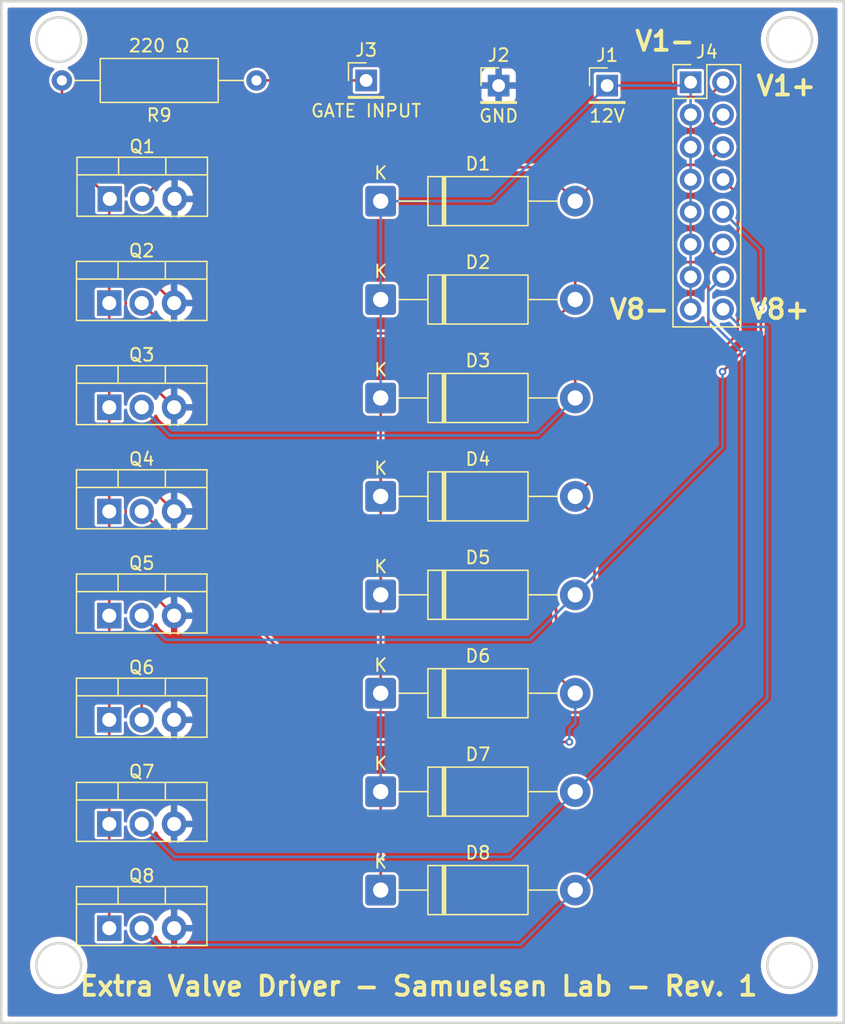
<source format=kicad_pcb>
(kicad_pcb (version 20241229) (generator "pcbnew") (generator_version "9.0")
  (layers (0 "F.Cu" signal) (2 "B.Cu" signal) (13 "F.Paste" user) (15 "B.Paste" user) (5 "F.SilkS" user "F.Silkscreen") (7 "B.SilkS" user "B.Silkscreen") (1 "F.Mask" user) (3 "B.Mask" user) (25 "Edge.Cuts" user))
  (net 0 "")
  (net 1 "/+12V")
  (net 2 "/V1 GND")
  (net 3 "/V2 GND")
  (net 4 "/V3 GND")
  (net 5 "/V4 GND")
  (net 6 "/V5 GND")
  (net 7 "/V6 GND")
  (net 8 "/V7 GND")
  (net 9 "/V8 GND")
  (net 10 "/GND")
  (net 11 "/GATE_IN")
  (net 12 "/GATE_DRIVE")
  (footprint "Diode_THT:D_DO-15_P15.24mm_Horizontal" (layer "F.Cu") (at 62.22 87.392857)
    (property "Reference" "D7" (at 7.62 -2.92 0) (layer "F.SilkS"))
    (property "Value" "MBR0540")
    (fp_line (start 1.44 0) (end 3.7 0) (stroke (width 0.12)) (layer "F.SilkS"))
    (fp_line (start 4.84 -1.92) (end 4.84 1.92) (stroke (width 0.12)) (layer "F.SilkS"))
    (fp_line (start 4.96 -1.92) (end 4.96 1.92) (stroke (width 0.12)) (layer "F.SilkS"))
    (fp_line (start 5.08 -1.92) (end 5.08 1.92) (stroke (width 0.12)) (layer "F.SilkS"))
    (fp_line (start 13.8 0) (end 11.54 0) (stroke (width 0.12)) (layer "F.SilkS"))
    (fp_rect (start 3.7 -1.92) (end 11.54 1.92) (stroke (width 0.12)) (fill no) (layer "F.SilkS"))
    (fp_text user "K" (at 0 -2.2 0) (layer "F.SilkS"))
    (pad "1" thru_hole roundrect (at 0 0) (size 2.4 2.4) (drill 1.2) (layers "*.Cu" "*.Mask") (roundrect_rratio 0.104167) (net 1 "/+12V"))
    (pad "2" thru_hole circle (at 15.24 0) (size 2.4 2.4) (drill 1.2) (layers "*.Cu" "*.Mask") (net 8 "/V7 GND"))
  )
  (footprint "Connector_PinHeader_2.54mm:PinHeader_2x08_P2.54mm_Vertical" (layer "F.Cu") (at 86.5 31.84)
    (property "Reference" "J4" (at 1.27 -2.38 0) (layer "F.SilkS"))
    (property "Value" "Conn_02x08_Odd_Even")
    (fp_line (start -1.38 -1.38) (end 0 -1.38) (stroke (width 0.12)) (layer "F.SilkS"))
    (fp_line (start -1.38 0) (end -1.38 -1.38) (stroke (width 0.12)) (layer "F.SilkS"))
    (fp_line (start -1.38 1.27) (end -1.38 19.16) (stroke (width 0.12)) (layer "F.SilkS"))
    (fp_line (start -1.38 1.27) (end 1.27 1.27) (stroke (width 0.12)) (layer "F.SilkS"))
    (fp_line (start -1.38 19.16) (end 3.92 19.16) (stroke (width 0.12)) (layer "F.SilkS"))
    (fp_line (start 1.27 -1.38) (end 3.92 -1.38) (stroke (width 0.12)) (layer "F.SilkS"))
    (fp_line (start 1.27 1.27) (end 1.27 -1.38) (stroke (width 0.12)) (layer "F.SilkS"))
    (fp_line (start 3.92 -1.38) (end 3.92 19.16) (stroke (width 0.12)) (layer "F.SilkS"))
    (pad "1" thru_hole rect (at 0 0) (size 1.7 1.7) (drill 1) (layers "*.Cu" "*.Mask") (net 1 "/+12V"))
    (pad "2" thru_hole circle (at 2.54 0) (size 1.7 1.7) (drill 1) (layers "*.Cu" "*.Mask") (net 2 "/V1 GND"))
    (pad "3" thru_hole circle (at 0 2.54) (size 1.7 1.7) (drill 1) (layers "*.Cu" "*.Mask") (net 1 "/+12V"))
    (pad "4" thru_hole circle (at 2.54 2.54) (size 1.7 1.7) (drill 1) (layers "*.Cu" "*.Mask") (net 3 "/V2 GND"))
    (pad "5" thru_hole circle (at 0 5.08) (size 1.7 1.7) (drill 1) (layers "*.Cu" "*.Mask") (net 1 "/+12V"))
    (pad "6" thru_hole circle (at 2.54 5.08) (size 1.7 1.7) (drill 1) (layers "*.Cu" "*.Mask") (net 4 "/V3 GND"))
    (pad "7" thru_hole circle (at 0 7.62) (size 1.7 1.7) (drill 1) (layers "*.Cu" "*.Mask") (net 1 "/+12V"))
    (pad "8" thru_hole circle (at 2.54 7.62) (size 1.7 1.7) (drill 1) (layers "*.Cu" "*.Mask") (net 5 "/V4 GND"))
    (pad "9" thru_hole circle (at 0 10.16) (size 1.7 1.7) (drill 1) (layers "*.Cu" "*.Mask") (net 1 "/+12V"))
    (pad "10" thru_hole circle (at 2.54 10.16) (size 1.7 1.7) (drill 1) (layers "*.Cu" "*.Mask") (net 6 "/V5 GND"))
    (pad "11" thru_hole circle (at 0 12.7) (size 1.7 1.7) (drill 1) (layers "*.Cu" "*.Mask") (net 1 "/+12V"))
    (pad "12" thru_hole circle (at 2.54 12.7) (size 1.7 1.7) (drill 1) (layers "*.Cu" "*.Mask") (net 7 "/V6 GND"))
    (pad "13" thru_hole circle (at 0 15.24) (size 1.7 1.7) (drill 1) (layers "*.Cu" "*.Mask") (net 1 "/+12V"))
    (pad "14" thru_hole circle (at 2.54 15.24) (size 1.7 1.7) (drill 1) (layers "*.Cu" "*.Mask") (net 8 "/V7 GND"))
    (pad "15" thru_hole circle (at 0 17.78) (size 1.7 1.7) (drill 1) (layers "*.Cu" "*.Mask") (net 1 "/+12V"))
    (pad "16" thru_hole circle (at 2.54 17.78) (size 1.7 1.7) (drill 1) (layers "*.Cu" "*.Mask") (net 9 "/V8 GND"))
  )
  (footprint "Diode_THT:D_DO-15_P15.24mm_Horizontal" (layer "F.Cu") (at 62.22 48.857143)
    (property "Reference" "D2" (at 7.62 -2.92 0) (layer "F.SilkS"))
    (property "Value" "MBR0540")
    (fp_line (start 1.44 0) (end 3.7 0) (stroke (width 0.12)) (layer "F.SilkS"))
    (fp_line (start 4.84 -1.92) (end 4.84 1.92) (stroke (width 0.12)) (layer "F.SilkS"))
    (fp_line (start 4.96 -1.92) (end 4.96 1.92) (stroke (width 0.12)) (layer "F.SilkS"))
    (fp_line (start 5.08 -1.92) (end 5.08 1.92) (stroke (width 0.12)) (layer "F.SilkS"))
    (fp_line (start 13.8 0) (end 11.54 0) (stroke (width 0.12)) (layer "F.SilkS"))
    (fp_rect (start 3.7 -1.92) (end 11.54 1.92) (stroke (width 0.12)) (fill no) (layer "F.SilkS"))
    (fp_text user "K" (at 0 -2.2 0) (layer "F.SilkS"))
    (pad "1" thru_hole roundrect (at 0 0) (size 2.4 2.4) (drill 1.2) (layers "*.Cu" "*.Mask") (roundrect_rratio 0.104167) (net 1 "/+12V"))
    (pad "2" thru_hole circle (at 15.24 0) (size 2.4 2.4) (drill 1.2) (layers "*.Cu" "*.Mask") (net 3 "/V2 GND"))
  )
  (footprint "Diode_THT:D_DO-15_P15.24mm_Horizontal" (layer "F.Cu") (at 62.22 95.1)
    (property "Reference" "D8" (at 7.62 -2.92 0) (layer "F.SilkS"))
    (property "Value" "MBR0540")
    (fp_line (start 1.44 0) (end 3.7 0) (stroke (width 0.12)) (layer "F.SilkS"))
    (fp_line (start 4.84 -1.92) (end 4.84 1.92) (stroke (width 0.12)) (layer "F.SilkS"))
    (fp_line (start 4.96 -1.92) (end 4.96 1.92) (stroke (width 0.12)) (layer "F.SilkS"))
    (fp_line (start 5.08 -1.92) (end 5.08 1.92) (stroke (width 0.12)) (layer "F.SilkS"))
    (fp_line (start 13.8 0) (end 11.54 0) (stroke (width 0.12)) (layer "F.SilkS"))
    (fp_rect (start 3.7 -1.92) (end 11.54 1.92) (stroke (width 0.12)) (fill no) (layer "F.SilkS"))
    (fp_text user "K" (at 0 -2.2 0) (layer "F.SilkS"))
    (pad "1" thru_hole roundrect (at 0 0) (size 2.4 2.4) (drill 1.2) (layers "*.Cu" "*.Mask") (roundrect_rratio 0.104167) (net 1 "/+12V"))
    (pad "2" thru_hole circle (at 15.24 0) (size 2.4 2.4) (drill 1.2) (layers "*.Cu" "*.Mask") (net 9 "/V8 GND"))
  )
  (footprint "Package_TO_SOT_THT:TO-220-3_Vertical" (layer "F.Cu") (at 40.96 89.925364)
    (property "Reference" "Q7" (at 2.54 -4.1 0) (layer "F.SilkS"))
    (property "Value" "Q_NMOS_GDS")
    (fp_line (start -2.57 -3.26) (end 7.65 -3.26) (stroke (width 0.12)) (layer "F.SilkS"))
    (fp_line (start -2.57 -1.88) (end 7.65 -1.88) (stroke (width 0.12)) (layer "F.SilkS"))
    (fp_line (start -2.57 1.36) (end -2.57 -3.26) (stroke (width 0.12)) (layer "F.SilkS"))
    (fp_line (start 0.69 -3.26) (end 0.69 -1.88) (stroke (width 0.12)) (layer "F.SilkS"))
    (fp_line (start 4.39 -3.26) (end 4.39 -1.88) (stroke (width 0.12)) (layer "F.SilkS"))
    (fp_line (start 7.65 -3.26) (end 7.65 1.36) (stroke (width 0.12)) (layer "F.SilkS"))
    (fp_line (start 7.65 1.36) (end -2.57 1.36) (stroke (width 0.12)) (layer "F.SilkS"))
    (pad "1" thru_hole rect (at 0 0) (size 1.905 2) (drill 1.1) (layers "*.Cu" "*.Mask") (net 12 "/GATE_DRIVE"))
    (pad "2" thru_hole oval (at 2.54 0) (size 1.905 2) (drill 1.1) (layers "*.Cu" "*.Mask") (net 8 "/V7 GND"))
    (pad "3" thru_hole oval (at 5.08 0) (size 1.905 2) (drill 1.1) (layers "*.Cu" "*.Mask") (net 10 "/GND"))
  )
  (footprint "Package_TO_SOT_THT:TO-220-3_Vertical" (layer "F.Cu") (at 40.96 73.608455)
    (property "Reference" "Q5" (at 2.54 -4.1 0) (layer "F.SilkS"))
    (property "Value" "Q_NMOS_GDS")
    (fp_line (start -2.57 -3.26) (end 7.65 -3.26) (stroke (width 0.12)) (layer "F.SilkS"))
    (fp_line (start -2.57 -1.88) (end 7.65 -1.88) (stroke (width 0.12)) (layer "F.SilkS"))
    (fp_line (start -2.57 1.36) (end -2.57 -3.26) (stroke (width 0.12)) (layer "F.SilkS"))
    (fp_line (start 0.69 -3.26) (end 0.69 -1.88) (stroke (width 0.12)) (layer "F.SilkS"))
    (fp_line (start 4.39 -3.26) (end 4.39 -1.88) (stroke (width 0.12)) (layer "F.SilkS"))
    (fp_line (start 7.65 -3.26) (end 7.65 1.36) (stroke (width 0.12)) (layer "F.SilkS"))
    (fp_line (start 7.65 1.36) (end -2.57 1.36) (stroke (width 0.12)) (layer "F.SilkS"))
    (pad "1" thru_hole rect (at 0 0) (size 1.905 2) (drill 1.1) (layers "*.Cu" "*.Mask") (net 12 "/GATE_DRIVE"))
    (pad "2" thru_hole oval (at 2.54 0) (size 1.905 2) (drill 1.1) (layers "*.Cu" "*.Mask") (net 6 "/V5 GND"))
    (pad "3" thru_hole oval (at 5.08 0) (size 1.905 2) (drill 1.1) (layers "*.Cu" "*.Mask") (net 10 "/GND"))
  )
  (footprint "Connector_PinHeader_2.54mm:PinHeader_1x01_P2.54mm_Vertical" (layer "F.Cu") (at 71.46 32.1)
    (property "Reference" "J2" (at 0 -2.38 0) (layer "F.SilkS"))
    (property "Value" "GND" (at 0 2.38 0) (layer "F.SilkS"))
    (fp_line (start -1.38 -1.38) (end 0 -1.38) (stroke (width 0.12)) (layer "F.SilkS"))
    (fp_line (start -1.38 0) (end -1.38 -1.38) (stroke (width 0.12)) (layer "F.SilkS"))
    (fp_line (start -1.38 1.27) (end -1.38 1.38) (stroke (width 0.12)) (layer "F.SilkS"))
    (fp_line (start -1.38 1.27) (end 1.38 1.27) (stroke (width 0.12)) (layer "F.SilkS"))
    (fp_line (start -1.38 1.38) (end 1.38 1.38) (stroke (width 0.12)) (layer "F.SilkS"))
    (fp_line (start 1.38 1.27) (end 1.38 1.38) (stroke (width 0.12)) (layer "F.SilkS"))
    (pad "1" thru_hole rect (at 0 0) (size 1.7 1.7) (drill 1) (layers "*.Cu" "*.Mask") (net 10 "/GND"))
  )
  (footprint "Resistor_THT:R_Axial_DIN0309_L9.0mm_D3.2mm_P15.24mm_Horizontal" (layer "F.Cu") (at 52.49 31.7 180)
    (property "Reference" "R9" (at 7.62 -2.72 180) (layer "F.SilkS"))
    (property "Value" "220 Ω" (at 7.62 2.72 180) (layer "F.SilkS"))
    (fp_line (start 14.2 0) (end 12.24 0) (stroke (width 0.12)) (layer "F.SilkS"))
    (fp_line (start 1.04 0) (end 3 0) (stroke (width 0.12)) (layer "F.SilkS"))
    (fp_rect (start 3 -1.72) (end 12.24 1.72) (stroke (width 0.12)) (fill no) (layer "F.SilkS"))
    (pad "1" thru_hole circle (at 0 0 180) (size 1.6 1.6) (drill 0.8) (layers "*.Cu" "*.Mask") (net 11 "/GATE_IN"))
    (pad "2" thru_hole circle (at 15.24 0 180) (size 1.6 1.6) (drill 0.8) (layers "*.Cu" "*.Mask") (net 12 "/GATE_DRIVE"))
  )
  (footprint "Package_TO_SOT_THT:TO-220-3_Vertical" (layer "F.Cu") (at 40.96 98.083819)
    (property "Reference" "Q8" (at 2.54 -4.1 0) (layer "F.SilkS"))
    (property "Value" "Q_NMOS_GDS")
    (fp_line (start -2.57 -3.26) (end 7.65 -3.26) (stroke (width 0.12)) (layer "F.SilkS"))
    (fp_line (start -2.57 -1.88) (end 7.65 -1.88) (stroke (width 0.12)) (layer "F.SilkS"))
    (fp_line (start -2.57 1.36) (end -2.57 -3.26) (stroke (width 0.12)) (layer "F.SilkS"))
    (fp_line (start 0.69 -3.26) (end 0.69 -1.88) (stroke (width 0.12)) (layer "F.SilkS"))
    (fp_line (start 4.39 -3.26) (end 4.39 -1.88) (stroke (width 0.12)) (layer "F.SilkS"))
    (fp_line (start 7.65 -3.26) (end 7.65 1.36) (stroke (width 0.12)) (layer "F.SilkS"))
    (fp_line (start 7.65 1.36) (end -2.57 1.36) (stroke (width 0.12)) (layer "F.SilkS"))
    (pad "1" thru_hole rect (at 0 0) (size 1.905 2) (drill 1.1) (layers "*.Cu" "*.Mask") (net 12 "/GATE_DRIVE"))
    (pad "2" thru_hole oval (at 2.54 0) (size 1.905 2) (drill 1.1) (layers "*.Cu" "*.Mask") (net 9 "/V8 GND"))
    (pad "3" thru_hole oval (at 5.08 0) (size 1.905 2) (drill 1.1) (layers "*.Cu" "*.Mask") (net 10 "/GND"))
  )
  (footprint "Package_TO_SOT_THT:TO-220-3_Vertical" (layer "F.Cu") (at 40.96 49.133091)
    (property "Reference" "Q2" (at 2.54 -4.1 0) (layer "F.SilkS"))
    (property "Value" "Q_NMOS_GDS")
    (fp_line (start -2.57 -3.26) (end 7.65 -3.26) (stroke (width 0.12)) (layer "F.SilkS"))
    (fp_line (start -2.57 -1.88) (end 7.65 -1.88) (stroke (width 0.12)) (layer "F.SilkS"))
    (fp_line (start -2.57 1.36) (end -2.57 -3.26) (stroke (width 0.12)) (layer "F.SilkS"))
    (fp_line (start 0.69 -3.26) (end 0.69 -1.88) (stroke (width 0.12)) (layer "F.SilkS"))
    (fp_line (start 4.39 -3.26) (end 4.39 -1.88) (stroke (width 0.12)) (layer "F.SilkS"))
    (fp_line (start 7.65 -3.26) (end 7.65 1.36) (stroke (width 0.12)) (layer "F.SilkS"))
    (fp_line (start 7.65 1.36) (end -2.57 1.36) (stroke (width 0.12)) (layer "F.SilkS"))
    (pad "1" thru_hole rect (at 0 0) (size 1.905 2) (drill 1.1) (layers "*.Cu" "*.Mask") (net 12 "/GATE_DRIVE"))
    (pad "2" thru_hole oval (at 2.54 0) (size 1.905 2) (drill 1.1) (layers "*.Cu" "*.Mask") (net 3 "/V2 GND"))
    (pad "3" thru_hole oval (at 5.08 0) (size 1.905 2) (drill 1.1) (layers "*.Cu" "*.Mask") (net 10 "/GND"))
  )
  (footprint "Diode_THT:D_DO-15_P15.24mm_Horizontal" (layer "F.Cu") (at 62.22 79.685714)
    (property "Reference" "D6" (at 7.62 -2.92 0) (layer "F.SilkS"))
    (property "Value" "MBR0540")
    (fp_line (start 1.44 0) (end 3.7 0) (stroke (width 0.12)) (layer "F.SilkS"))
    (fp_line (start 4.84 -1.92) (end 4.84 1.92) (stroke (width 0.12)) (layer "F.SilkS"))
    (fp_line (start 4.96 -1.92) (end 4.96 1.92) (stroke (width 0.12)) (layer "F.SilkS"))
    (fp_line (start 5.08 -1.92) (end 5.08 1.92) (stroke (width 0.12)) (layer "F.SilkS"))
    (fp_line (start 13.8 0) (end 11.54 0) (stroke (width 0.12)) (layer "F.SilkS"))
    (fp_rect (start 3.7 -1.92) (end 11.54 1.92) (stroke (width 0.12)) (fill no) (layer "F.SilkS"))
    (fp_text user "K" (at 0 -2.2 0) (layer "F.SilkS"))
    (pad "1" thru_hole roundrect (at 0 0) (size 2.4 2.4) (drill 1.2) (layers "*.Cu" "*.Mask") (roundrect_rratio 0.104167) (net 1 "/+12V"))
    (pad "2" thru_hole circle (at 15.24 0) (size 2.4 2.4) (drill 1.2) (layers "*.Cu" "*.Mask") (net 7 "/V6 GND"))
  )
  (footprint "Package_TO_SOT_THT:TO-220-3_Vertical" (layer "F.Cu") (at 40.96 65.45)
    (property "Reference" "Q4" (at 2.54 -4.1 0) (layer "F.SilkS"))
    (property "Value" "Q_NMOS_GDS")
    (fp_line (start -2.57 -3.26) (end 7.65 -3.26) (stroke (width 0.12)) (layer "F.SilkS"))
    (fp_line (start -2.57 -1.88) (end 7.65 -1.88) (stroke (width 0.12)) (layer "F.SilkS"))
    (fp_line (start -2.57 1.36) (end -2.57 -3.26) (stroke (width 0.12)) (layer "F.SilkS"))
    (fp_line (start 0.69 -3.26) (end 0.69 -1.88) (stroke (width 0.12)) (layer "F.SilkS"))
    (fp_line (start 4.39 -3.26) (end 4.39 -1.88) (stroke (width 0.12)) (layer "F.SilkS"))
    (fp_line (start 7.65 -3.26) (end 7.65 1.36) (stroke (width 0.12)) (layer "F.SilkS"))
    (fp_line (start 7.65 1.36) (end -2.57 1.36) (stroke (width 0.12)) (layer "F.SilkS"))
    (pad "1" thru_hole rect (at 0 0) (size 1.905 2) (drill 1.1) (layers "*.Cu" "*.Mask") (net 12 "/GATE_DRIVE"))
    (pad "2" thru_hole oval (at 2.54 0) (size 1.905 2) (drill 1.1) (layers "*.Cu" "*.Mask") (net 5 "/V4 GND"))
    (pad "3" thru_hole oval (at 5.08 0) (size 1.905 2) (drill 1.1) (layers "*.Cu" "*.Mask") (net 10 "/GND"))
  )
  (footprint "Diode_THT:D_DO-15_P15.24mm_Horizontal" (layer "F.Cu") (at 62.22 64.271429)
    (property "Reference" "D4" (at 7.62 -2.92 0) (layer "F.SilkS"))
    (property "Value" "MBR0540")
    (fp_line (start 1.44 0) (end 3.7 0) (stroke (width 0.12)) (layer "F.SilkS"))
    (fp_line (start 4.84 -1.92) (end 4.84 1.92) (stroke (width 0.12)) (layer "F.SilkS"))
    (fp_line (start 4.96 -1.92) (end 4.96 1.92) (stroke (width 0.12)) (layer "F.SilkS"))
    (fp_line (start 5.08 -1.92) (end 5.08 1.92) (stroke (width 0.12)) (layer "F.SilkS"))
    (fp_line (start 13.8 0) (end 11.54 0) (stroke (width 0.12)) (layer "F.SilkS"))
    (fp_rect (start 3.7 -1.92) (end 11.54 1.92) (stroke (width 0.12)) (fill no) (layer "F.SilkS"))
    (fp_text user "K" (at 0 -2.2 0) (layer "F.SilkS"))
    (pad "1" thru_hole roundrect (at 0 0) (size 2.4 2.4) (drill 1.2) (layers "*.Cu" "*.Mask") (roundrect_rratio 0.104167) (net 1 "/+12V"))
    (pad "2" thru_hole circle (at 15.24 0) (size 2.4 2.4) (drill 1.2) (layers "*.Cu" "*.Mask") (net 5 "/V4 GND"))
  )
  (footprint "Diode_THT:D_DO-15_P15.24mm_Horizontal" (layer "F.Cu") (at 62.22 41.15)
    (property "Reference" "D1" (at 7.62 -2.92 0) (layer "F.SilkS"))
    (property "Value" "MBR0540")
    (fp_line (start 1.44 0) (end 3.7 0) (stroke (width 0.12)) (layer "F.SilkS"))
    (fp_line (start 4.84 -1.92) (end 4.84 1.92) (stroke (width 0.12)) (layer "F.SilkS"))
    (fp_line (start 4.96 -1.92) (end 4.96 1.92) (stroke (width 0.12)) (layer "F.SilkS"))
    (fp_line (start 5.08 -1.92) (end 5.08 1.92) (stroke (width 0.12)) (layer "F.SilkS"))
    (fp_line (start 13.8 0) (end 11.54 0) (stroke (width 0.12)) (layer "F.SilkS"))
    (fp_rect (start 3.7 -1.92) (end 11.54 1.92) (stroke (width 0.12)) (fill no) (layer "F.SilkS"))
    (fp_text user "K" (at 0 -2.2 0) (layer "F.SilkS"))
    (pad "1" thru_hole roundrect (at 0 0) (size 2.4 2.4) (drill 1.2) (layers "*.Cu" "*.Mask") (roundrect_rratio 0.104167) (net 1 "/+12V"))
    (pad "2" thru_hole circle (at 15.24 0) (size 2.4 2.4) (drill 1.2) (layers "*.Cu" "*.Mask") (net 2 "/V1 GND"))
  )
  (footprint "Diode_THT:D_DO-15_P15.24mm_Horizontal" (layer "F.Cu") (at 62.22 56.564286)
    (property "Reference" "D3" (at 7.62 -2.92 0) (layer "F.SilkS"))
    (property "Value" "MBR0540")
    (fp_line (start 1.44 0) (end 3.7 0) (stroke (width 0.12)) (layer "F.SilkS"))
    (fp_line (start 4.84 -1.92) (end 4.84 1.92) (stroke (width 0.12)) (layer "F.SilkS"))
    (fp_line (start 4.96 -1.92) (end 4.96 1.92) (stroke (width 0.12)) (layer "F.SilkS"))
    (fp_line (start 5.08 -1.92) (end 5.08 1.92) (stroke (width 0.12)) (layer "F.SilkS"))
    (fp_line (start 13.8 0) (end 11.54 0) (stroke (width 0.12)) (layer "F.SilkS"))
    (fp_rect (start 3.7 -1.92) (end 11.54 1.92) (stroke (width 0.12)) (fill no) (layer "F.SilkS"))
    (fp_text user "K" (at 0 -2.2 0) (layer "F.SilkS"))
    (pad "1" thru_hole roundrect (at 0 0) (size 2.4 2.4) (drill 1.2) (layers "*.Cu" "*.Mask") (roundrect_rratio 0.104167) (net 1 "/+12V"))
    (pad "2" thru_hole circle (at 15.24 0) (size 2.4 2.4) (drill 1.2) (layers "*.Cu" "*.Mask") (net 4 "/V3 GND"))
  )
  (footprint "Connector_PinHeader_2.54mm:PinHeader_1x01_P2.54mm_Vertical" (layer "F.Cu") (at 61.08 31.7)
    (property "Reference" "J3" (at 0 -2.38 0) (layer "F.SilkS"))
    (property "Value" "GATE INPUT" (at 0 2.38 0) (layer "F.SilkS"))
    (fp_line (start -1.38 -1.38) (end 0 -1.38) (stroke (width 0.12)) (layer "F.SilkS"))
    (fp_line (start -1.38 0) (end -1.38 -1.38) (stroke (width 0.12)) (layer "F.SilkS"))
    (fp_line (start -1.38 1.27) (end -1.38 1.38) (stroke (width 0.12)) (layer "F.SilkS"))
    (fp_line (start -1.38 1.27) (end 1.38 1.27) (stroke (width 0.12)) (layer "F.SilkS"))
    (fp_line (start -1.38 1.38) (end 1.38 1.38) (stroke (width 0.12)) (layer "F.SilkS"))
    (fp_line (start 1.38 1.27) (end 1.38 1.38) (stroke (width 0.12)) (layer "F.SilkS"))
    (pad "1" thru_hole rect (at 0 0) (size 1.7 1.7) (drill 1) (layers "*.Cu" "*.Mask") (net 11 "/GATE_IN"))
  )
  (footprint "Package_TO_SOT_THT:TO-220-3_Vertical" (layer "F.Cu") (at 40.96 57.291545)
    (property "Reference" "Q3" (at 2.54 -4.1 0) (layer "F.SilkS"))
    (property "Value" "Q_NMOS_GDS")
    (fp_line (start -2.57 -3.26) (end 7.65 -3.26) (stroke (width 0.12)) (layer "F.SilkS"))
    (fp_line (start -2.57 -1.88) (end 7.65 -1.88) (stroke (width 0.12)) (layer "F.SilkS"))
    (fp_line (start -2.57 1.36) (end -2.57 -3.26) (stroke (width 0.12)) (layer "F.SilkS"))
    (fp_line (start 0.69 -3.26) (end 0.69 -1.88) (stroke (width 0.12)) (layer "F.SilkS"))
    (fp_line (start 4.39 -3.26) (end 4.39 -1.88) (stroke (width 0.12)) (layer "F.SilkS"))
    (fp_line (start 7.65 -3.26) (end 7.65 1.36) (stroke (width 0.12)) (layer "F.SilkS"))
    (fp_line (start 7.65 1.36) (end -2.57 1.36) (stroke (width 0.12)) (layer "F.SilkS"))
    (pad "1" thru_hole rect (at 0 0) (size 1.905 2) (drill 1.1) (layers "*.Cu" "*.Mask") (net 12 "/GATE_DRIVE"))
    (pad "2" thru_hole oval (at 2.54 0) (size 1.905 2) (drill 1.1) (layers "*.Cu" "*.Mask") (net 4 "/V3 GND"))
    (pad "3" thru_hole oval (at 5.08 0) (size 1.905 2) (drill 1.1) (layers "*.Cu" "*.Mask") (net 10 "/GND"))
  )
  (footprint "Connector_PinHeader_2.54mm:PinHeader_1x01_P2.54mm_Vertical" (layer "F.Cu") (at 79.96 32.1)
    (property "Reference" "J1" (at 0 -2.38 0) (layer "F.SilkS"))
    (property "Value" "12V" (at 0 2.38 0) (layer "F.SilkS"))
    (fp_line (start -1.38 -1.38) (end 0 -1.38) (stroke (width 0.12)) (layer "F.SilkS"))
    (fp_line (start -1.38 0) (end -1.38 -1.38) (stroke (width 0.12)) (layer "F.SilkS"))
    (fp_line (start -1.38 1.27) (end -1.38 1.38) (stroke (width 0.12)) (layer "F.SilkS"))
    (fp_line (start -1.38 1.27) (end 1.38 1.27) (stroke (width 0.12)) (layer "F.SilkS"))
    (fp_line (start -1.38 1.38) (end 1.38 1.38) (stroke (width 0.12)) (layer "F.SilkS"))
    (fp_line (start 1.38 1.27) (end 1.38 1.38) (stroke (width 0.12)) (layer "F.SilkS"))
    (pad "1" thru_hole rect (at 0 0) (size 1.7 1.7) (drill 1) (layers "*.Cu" "*.Mask") (net 1 "/+12V"))
  )
  (footprint "Package_TO_SOT_THT:TO-220-3_Vertical" (layer "F.Cu") (at 40.96 81.76691)
    (property "Reference" "Q6" (at 2.54 -4.1 0) (layer "F.SilkS"))
    (property "Value" "Q_NMOS_GDS")
    (fp_line (start -2.57 -3.26) (end 7.65 -3.26) (stroke (width 0.12)) (layer "F.SilkS"))
    (fp_line (start -2.57 -1.88) (end 7.65 -1.88) (stroke (width 0.12)) (layer "F.SilkS"))
    (fp_line (start -2.57 1.36) (end -2.57 -3.26) (stroke (width 0.12)) (layer "F.SilkS"))
    (fp_line (start 0.69 -3.26) (end 0.69 -1.88) (stroke (width 0.12)) (layer "F.SilkS"))
    (fp_line (start 4.39 -3.26) (end 4.39 -1.88) (stroke (width 0.12)) (layer "F.SilkS"))
    (fp_line (start 7.65 -3.26) (end 7.65 1.36) (stroke (width 0.12)) (layer "F.SilkS"))
    (fp_line (start 7.65 1.36) (end -2.57 1.36) (stroke (width 0.12)) (layer "F.SilkS"))
    (pad "1" thru_hole rect (at 0 0) (size 1.905 2) (drill 1.1) (layers "*.Cu" "*.Mask") (net 12 "/GATE_DRIVE"))
    (pad "2" thru_hole oval (at 2.54 0) (size 1.905 2) (drill 1.1) (layers "*.Cu" "*.Mask") (net 7 "/V6 GND"))
    (pad "3" thru_hole oval (at 5.08 0) (size 1.905 2) (drill 1.1) (layers "*.Cu" "*.Mask") (net 10 "/GND"))
  )
  (footprint "Diode_THT:D_DO-15_P15.24mm_Horizontal" (layer "F.Cu") (at 62.22 71.978571)
    (property "Reference" "D5" (at 7.62 -2.92 0) (layer "F.SilkS"))
    (property "Value" "MBR0540")
    (fp_line (start 1.44 0) (end 3.7 0) (stroke (width 0.12)) (layer "F.SilkS"))
    (fp_line (start 4.84 -1.92) (end 4.84 1.92) (stroke (width 0.12)) (layer "F.SilkS"))
    (fp_line (start 4.96 -1.92) (end 4.96 1.92) (stroke (width 0.12)) (layer "F.SilkS"))
    (fp_line (start 5.08 -1.92) (end 5.08 1.92) (stroke (width 0.12)) (layer "F.SilkS"))
    (fp_line (start 13.8 0) (end 11.54 0) (stroke (width 0.12)) (layer "F.SilkS"))
    (fp_rect (start 3.7 -1.92) (end 11.54 1.92) (stroke (width 0.12)) (fill no) (layer "F.SilkS"))
    (fp_text user "K" (at 0 -2.2 0) (layer "F.SilkS"))
    (pad "1" thru_hole roundrect (at 0 0) (size 2.4 2.4) (drill 1.2) (layers "*.Cu" "*.Mask") (roundrect_rratio 0.104167) (net 1 "/+12V"))
    (pad "2" thru_hole circle (at 15.24 0) (size 2.4 2.4) (drill 1.2) (layers "*.Cu" "*.Mask") (net 6 "/V5 GND"))
  )
  (footprint "Package_TO_SOT_THT:TO-220-3_Vertical" (layer "F.Cu") (at 41 40.974636)
    (property "Reference" "Q1" (at 2.54 -4.1 0) (layer "F.SilkS"))
    (property "Value" "Q_NMOS_GDS")
    (fp_line (start -2.57 -3.26) (end 7.65 -3.26) (stroke (width 0.12)) (layer "F.SilkS"))
    (fp_line (start -2.57 -1.88) (end 7.65 -1.88) (stroke (width 0.12)) (layer "F.SilkS"))
    (fp_line (start -2.57 1.36) (end -2.57 -3.26) (stroke (width 0.12)) (layer "F.SilkS"))
    (fp_line (start 0.69 -3.26) (end 0.69 -1.88) (stroke (width 0.12)) (layer "F.SilkS"))
    (fp_line (start 4.39 -3.26) (end 4.39 -1.88) (stroke (width 0.12)) (layer "F.SilkS"))
    (fp_line (start 7.65 -3.26) (end 7.65 1.36) (stroke (width 0.12)) (layer "F.SilkS"))
    (fp_line (start 7.65 1.36) (end -2.57 1.36) (stroke (width 0.12)) (layer "F.SilkS"))
    (pad "1" thru_hole rect (at 0 0) (size 1.905 2) (drill 1.1) (layers "*.Cu" "*.Mask") (net 12 "/GATE_DRIVE"))
    (pad "2" thru_hole oval (at 2.54 0) (size 1.905 2) (drill 1.1) (layers "*.Cu" "*.Mask") (net 2 "/V1 GND"))
    (pad "3" thru_hole oval (at 5.08 0) (size 1.905 2) (drill 1.1) (layers "*.Cu" "*.Mask") (net 10 "/GND"))
  )
  (gr_circle (center 37 28.5) (end 38.75 28.5) (stroke (width 0.2)) (fill no) (layer "Edge.Cuts"))
  (gr_rect (start 32.5 25.5) (end 98.5 105.5) (stroke (width 0.2)) (fill no) (layer "Edge.Cuts"))
  (gr_circle (center 94.25 28.5) (end 96 28.5) (stroke (width 0.2)) (fill no) (layer "Edge.Cuts"))
  (gr_circle (center 94.25 101) (end 96 101) (stroke (width 0.2)) (fill no) (layer "Edge.Cuts"))
  (gr_circle (center 37 101) (end 38.75 101) (stroke (width 0.2)) (fill no) (layer "Edge.Cuts"))
  (gr_text "V1+" (at 91.5 33 0) (layer "F.SilkS") (effects (font (size 1.5 1.5) (thickness 0.3) (bold yes)) (justify left bottom)))
  (gr_text "V8+" (at 91 50.5 0) (layer "F.SilkS") (effects (font (size 1.5 1.5) (thickness 0.3) (bold yes)) (justify left bottom)))
  (gr_text "Extra Valve Driver - Samuelsen Lab - Rev. 1" (at 38.5 103.5 0) (layer "F.SilkS") (effects (font (size 1.5 1.5) (thickness 0.3) (bold yes)) (justify left bottom)))
  (gr_text "V8-" (at 80 50.5 0) (layer "F.SilkS") (effects (font (size 1.5 1.5) (thickness 0.3) (bold yes)) (justify left bottom)))
  (gr_text "V1-" (at 82 29.5 0) (layer "F.SilkS") (effects (font (size 1.5 1.5) (thickness 0.3) (bold yes)) (justify left bottom)))
  (segment (start 62.22 41.28) (end 62 41.5) (width 0.2) (layer "F.Cu") (net 1))
  (segment (start 62.22 56.564286) (end 62.22 79.685714) (width 0.2) (layer "F.Cu") (net 1))
  (segment (start 62.22 87.392857) (end 62.22 95.1) (width 0.2) (layer "F.Cu") (net 1))
  (segment (start 62.22 41.15) (end 62.22 41.28) (width 0.2) (layer "F.Cu") (net 1))
  (segment (start 70.91 41.15) (end 79.96 32.1) (width 0.2) (layer "B.Cu") (net 1))
  (segment (start 86.24 32.1) (end 86.5 31.84) (width 0.2) (layer "B.Cu") (net 1))
  (segment (start 62.22 79.685714) (end 62.22 87.392857) (width 0.2) (layer "B.Cu") (net 1))
  (segment (start 62.22 41.15) (end 62.22 56.564286) (width 0.2) (layer "B.Cu") (net 1))
  (segment (start 79.96 32.1) (end 86.24 32.1) (width 0.2) (layer "B.Cu") (net 1))
  (segment (start 86.5 31.84) (end 86.5 49.62) (width 0.2) (layer "B.Cu") (net 1))
  (segment (start 62.22 41.15) (end 70.91 41.15) (width 0.2) (layer "B.Cu") (net 1))
  (segment (start 85.619 32.991) (end 77.46 41.15) (width 0.2) (layer "F.Cu") (net 2))
  (segment (start 74.81 38.5) (end 77.46 41.15) (width 0.2) (layer "F.Cu") (net 2))
  (segment (start 46.014636 38.5) (end 74.81 38.5) (width 0.2) (layer "F.Cu") (net 2))
  (segment (start 43.54 40.974636) (end 46.014636 38.5) (width 0.2) (layer "F.Cu") (net 2))
  (segment (start 89.04 31.84) (end 87.889 32.991) (width 0.2) (layer "F.Cu") (net 2))
  (segment (start 87.889 32.991) (end 85.619 32.991) (width 0.2) (layer "F.Cu") (net 2))
  (segment (start 87.889 35.531) (end 87.889 37.39676) (width 0.2) (layer "F.Cu") (net 3))
  (segment (start 89.04 34.38) (end 87.889 35.531) (width 0.2) (layer "F.Cu") (net 3))
  (segment (start 43.5 49.133091) (end 45.866909 51.5) (width 0.2) (layer "F.Cu") (net 3))
  (segment (start 86.02324 38.309) (end 77.46 46.87224) (width 0.2) (layer "F.Cu") (net 3))
  (segment (start 74.817143 51.5) (end 77.46 48.857143) (width 0.2) (layer "F.Cu") (net 3))
  (segment (start 86.97676 38.309) (end 86.02324 38.309) (width 0.2) (layer "F.Cu") (net 3))
  (segment (start 77.46 46.87224) (end 77.46 48.857143) (width 0.2) (layer "F.Cu") (net 3))
  (segment (start 45.866909 51.5) (end 74.817143 51.5) (width 0.2) (layer "F.Cu") (net 3))
  (segment (start 87.889 37.39676) (end 86.97676 38.309) (width 0.2) (layer "F.Cu") (net 3))
  (segment (start 86.02324 45.929) (end 77.46 54.49224) (width 0.2) (layer "F.Cu") (net 4))
  (segment (start 87.889 45.01676) (end 86.97676 45.929) (width 0.2) (layer "F.Cu") (net 4))
  (segment (start 77.46 54.49224) (end 77.46 56.564286) (width 0.2) (layer "F.Cu") (net 4))
  (segment (start 89.04 36.92) (end 87.889 38.071) (width 0.2) (layer "F.Cu") (net 4))
  (segment (start 87.889 38.071) (end 87.889 45.01676) (width 0.2) (layer "F.Cu") (net 4))
  (segment (start 86.97676 45.929) (end 86.02324 45.929) (width 0.2) (layer "F.Cu") (net 4))
  (segment (start 43.5 57.291545) (end 45.708455 59.5) (width 0.2) (layer "B.Cu") (net 4))
  (segment (start 45.708455 59.5) (end 74.524286 59.5) (width 0.2) (layer "B.Cu") (net 4))
  (segment (start 74.524286 59.5) (end 77.46 56.564286) (width 0.2) (layer "B.Cu") (net 4))
  (segment (start 78.961 65.772429) (end 77.46 64.271429) (width 0.2) (layer "F.Cu") (net 5))
  (segment (start 90.191 40.611) (end 90.191 51.540429) (width 0.2) (layer "F.Cu") (net 5))
  (segment (start 78.081735 81.186714) (end 78.961 80.307449) (width 0.2) (layer "F.Cu") (net 5))
  (segment (start 43.5 65.45) (end 59.236714 81.186714) (width 0.2) (layer "F.Cu") (net 5))
  (segment (start 90.191 51.540429) (end 77.46 64.271429) (width 0.2) (layer "F.Cu") (net 5))
  (segment (start 78.961 80.307449) (end 78.961 65.772429) (width 0.2) (layer "F.Cu") (net 5))
  (segment (start 89.04 39.46) (end 90.191 40.611) (width 0.2) (layer "F.Cu") (net 5))
  (segment (start 59.236714 81.186714) (end 78.081735 81.186714) (width 0.2) (layer "F.Cu") (net 5))
  (segment (start 92 51.5) (end 92 49.5) (width 0.2) (layer "F.Cu") (net 6))
  (segment (start 89 54.5) (end 92 51.5) (width 0.2) (layer "F.Cu") (net 6))
  (via (at 92 49.5) (size 0.6) (drill 0.3) (layers "F.Cu" "B.Cu") (net 6))
  (via (at 89 54.5) (size 0.6) (drill 0.3) (layers "F.Cu" "B.Cu") (net 6))
  (segment (start 92 49.5) (end 92 44.96) (width 0.2) (layer "B.Cu") (net 6))
  (segment (start 92 44.96) (end 89.04 42) (width 0.2) (layer "B.Cu") (net 6))
  (segment (start 77.46 71.978571) (end 89 60.438571) (width 0.2) (layer "B.Cu") (net 6))
  (segment (start 43.5 73.608455) (end 45.391545 75.5) (width 0.2) (layer "B.Cu") (net 6))
  (segment (start 45.391545 75.5) (end 73.938571 75.5) (width 0.2) (layer "B.Cu") (net 6))
  (segment (start 89 60.438571) (end 89 54.5) (width 0.2) (layer "B.Cu") (net 6))
  (segment (start 73.938571 75.5) (end 77.46 71.978571) (width 0.2) (layer "B.Cu") (net 6))
  (segment (start 45 79) (end 51 79) (width 0.2) (layer "F.Cu") (net 7))
  (segment (start 43.5 80.5) (end 45 79) (width 0.2) (layer "F.Cu") (net 7))
  (segment (start 59.5 83.5) (end 77 83.5) (width 0.2) (layer "F.Cu") (net 7))
  (segment (start 75.959 78.184714) (end 77.46 79.685714) (width 0.2) (layer "F.Cu") (net 7))
  (segment (start 87.889 51.719694) (end 75.959 63.649694) (width 0.2) (layer "F.Cu") (net 7))
  (segment (start 87.889 45.691) (end 87.889 51.719694) (width 0.2) (layer "F.Cu") (net 7))
  (segment (start 55 83) (end 59 83) (width 0.2) (layer "F.Cu") (net 7))
  (segment (start 75.959 63.649694) (end 75.959 78.184714) (width 0.2) (layer "F.Cu") (net 7))
  (segment (start 51 79) (end 55 83) (width 0.2) (layer "F.Cu") (net 7))
  (segment (start 59 83) (end 59.5 83.5) (width 0.2) (layer "F.Cu") (net 7))
  (segment (start 43.5 81.76691) (end 43.5 80.5) (width 0.2) (layer "F.Cu") (net 7))
  (segment (start 89.04 44.54) (end 87.889 45.691) (width 0.2) (layer "F.Cu") (net 7))
  (via (at 77 83.5) (size 0.6) (drill 0.3) (layers "F.Cu" "B.Cu") (net 7))
  (segment (start 77.46 82.04) (end 77.46 79.685714) (width 0.2) (layer "B.Cu") (net 7))
  (segment (start 77 83.5) (end 77 82.5) (width 0.2) (layer "B.Cu") (net 7))
  (segment (start 77 82.5) (end 77.46 82.04) (width 0.2) (layer "B.Cu") (net 7))
  (segment (start 72.352857 92.5) (end 77.46 87.392857) (width 0.2) (layer "B.Cu") (net 8))
  (segment (start 87.889 48.231) (end 87.889 50.389) (width 0.2) (layer "B.Cu") (net 8))
  (segment (start 90.5 53) (end 90.5 74.352857) (width 0.2) (layer "B.Cu") (net 8))
  (segment (start 90.5 74.352857) (end 77.46 87.392857) (width 0.2) (layer "B.Cu") (net 8))
  (segment (start 89.04 47.08) (end 87.889 48.231) (width 0.2) (layer "B.Cu") (net 8))
  (segment (start 46.074636 92.5) (end 72.352857 92.5) (width 0.2) (layer "B.Cu") (net 8))
  (segment (start 87.889 50.389) (end 90.5 53) (width 0.2) (layer "B.Cu") (net 8))
  (segment (start 43.5 89.925364) (end 46.074636 92.5) (width 0.2) (layer "B.Cu") (net 8))
  (segment (start 73.175181 99.384819) (end 77.46 95.1) (width 0.2) (layer "B.Cu") (net 9))
  (segment (start 89.04 49.62) (end 90.42 51) (width 0.2) (layer "B.Cu") (net 9))
  (segment (start 90.42 51) (end 92.5 51) (width 0.2) (layer "B.Cu") (net 9))
  (segment (start 43.5 98.083819) (end 44.801 99.384819) (width 0.2) (layer "B.Cu") (net 9))
  (segment (start 92.5 80.06) (end 77.46 95.1) (width 0.2) (layer "B.Cu") (net 9))
  (segment (start 44.801 99.384819) (end 73.175181 99.384819) (width 0.2) (layer "B.Cu") (net 9))
  (segment (start 92.5 51) (end 92.5 80.06) (width 0.2) (layer "B.Cu") (net 9))
  (segment (start 46.04 49.133091) (end 46.04 41.014636) (width 0.2) (layer "F.Cu") (net 10))
  (segment (start 42.980783 64.149) (end 42.2465 64.883283) (width 0.2) (layer "F.Cu") (net 10))
  (segment (start 42.2465 53.498045) (end 46.04 57.291545) (width 0.2) (layer "F.Cu") (net 10))
  (segment (start 46.04 89.925364) (end 46.04 98.083819) (width 0.2) (layer "F.Cu") (net 10))
  (segment (start 42.2465 64.883283) (end 42.2465 69.814955) (width 0.2) (layer "F.Cu") (net 10))
  (segment (start 44.739 64.149) (end 42.980783 64.149) (width 0.2) (layer "F.Cu") (net 10))
  (segment (start 46.04 65.45) (end 46.04 57.291545) (width 0.2) (layer "F.Cu") (net 10))
  (segment (start 46.04 49.133091) (end 44.739 47.832091) (width 0.2) (layer "F.Cu") (net 10))
  (segment (start 42.2465 69.814955) (end 46.04 73.608455) (width 0.2) (layer "F.Cu") (net 10))
  (segment (start 42.980783 47.832091) (end 42.2465 48.566374) (width 0.2) (layer "F.Cu") (net 10))
  (segment (start 46.04 41.014636) (end 46.08 40.974636) (width 0.2) (layer "F.Cu") (net 10))
  (segment (start 46.04 89.925364) (end 46.04 81.76691) (width 0.2) (layer "F.Cu") (net 10))
  (segment (start 44.739 47.832091) (end 42.980783 47.832091) (width 0.2) (layer "F.Cu") (net 10))
  (segment (start 42.2465 48.566374) (end 42.2465 53.498045) (width 0.2) (layer "F.Cu") (net 10))
  (segment (start 46.04 65.45) (end 44.739 64.149) (width 0.2) (layer "F.Cu") (net 10))
  (segment (start 52.49 31.7) (end 61.08 31.7) (width 0.2) (layer "F.Cu") (net 11))
  (segment (start 40.96 89.925364) (end 40.96 98.083819) (width 0.2) (layer "F.Cu") (net 12))
  (segment (start 37.25 31.7) (end 37.25 37.224636) (width 0.2) (layer "F.Cu") (net 12))
  (segment (start 40.96 65.45) (end 40.96 73.608455) (width 0.2) (layer "F.Cu") (net 12))
  (segment (start 37.25 37.224636) (end 41 40.974636) (width 0.2) (layer "F.Cu") (net 12))
  (segment (start 40.96 49.133091) (end 40.96 57.291545) (width 0.2) (layer "F.Cu") (net 12))
  (segment (start 40.96 89.925364) (end 40.96 81.76691) (width 0.2) (layer "F.Cu") (net 12))
  (segment (start 40.96 73.608455) (end 40.96 81.76691) (width 0.2) (layer "F.Cu") (net 12))
  (segment (start 40.96 65.45) (end 40.96 57.291545) (width 0.2) (layer "F.Cu") (net 12))
  (segment (start 40.96 49.133091) (end 40.96 41.014636) (width 0.2) (layer "F.Cu") (net 12))
  (segment (start 40.96 41.014636) (end 41 40.974636) (width 0.2) (layer "F.Cu") (net 12))
  (zone (net 10) (net_name "/GND") (layers "F.Cu" "B.Cu") (connect_pads (clearance 0)) (min_thickness 0.25) (fill yes (thermal_gap 0.5) (thermal_bridge_width 0.5))
    (polygon (pts (xy 32.5 25.5) (xy 98.5 25.5) (xy 98.5 105.5) (xy 32.5 105.5)))
  )
)
</source>
